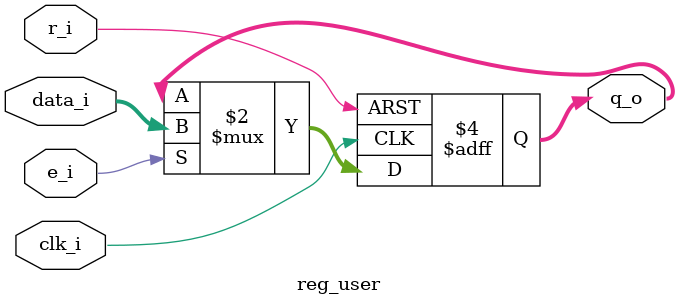
<source format=v>
module reg_user
(
	clk_i,
	r_i,
	e_i,
	data_i,
	q_o
);

localparam N = 64;

input clk_i,r_i,e_i;
input [N-1:0]data_i;
output reg [N-1:0]q_o;

always@(posedge clk_i or posedge r_i)begin
	if(r_i) begin
		q_o <= 64'b0;
	end 
	else if (e_i) begin
		q_o <= data_i;
end
end

endmodule

</source>
